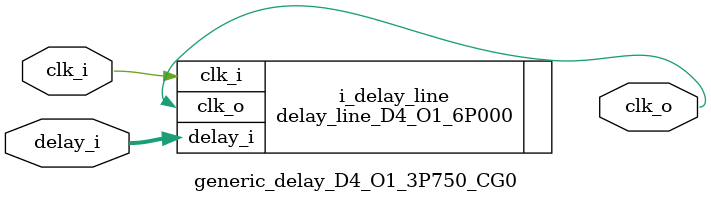
<source format=sv>


module generic_delay_D4_O1_3P750_CG0 (
  input  logic       clk_i,
  input  logic [4-1:0] delay_i,
  output logic [1-1:0] clk_o
);

  delay_line_D4_O1_6P000 i_delay_line (
    .clk_i,
    .delay_i,
    .clk_o
  );

endmodule

</source>
